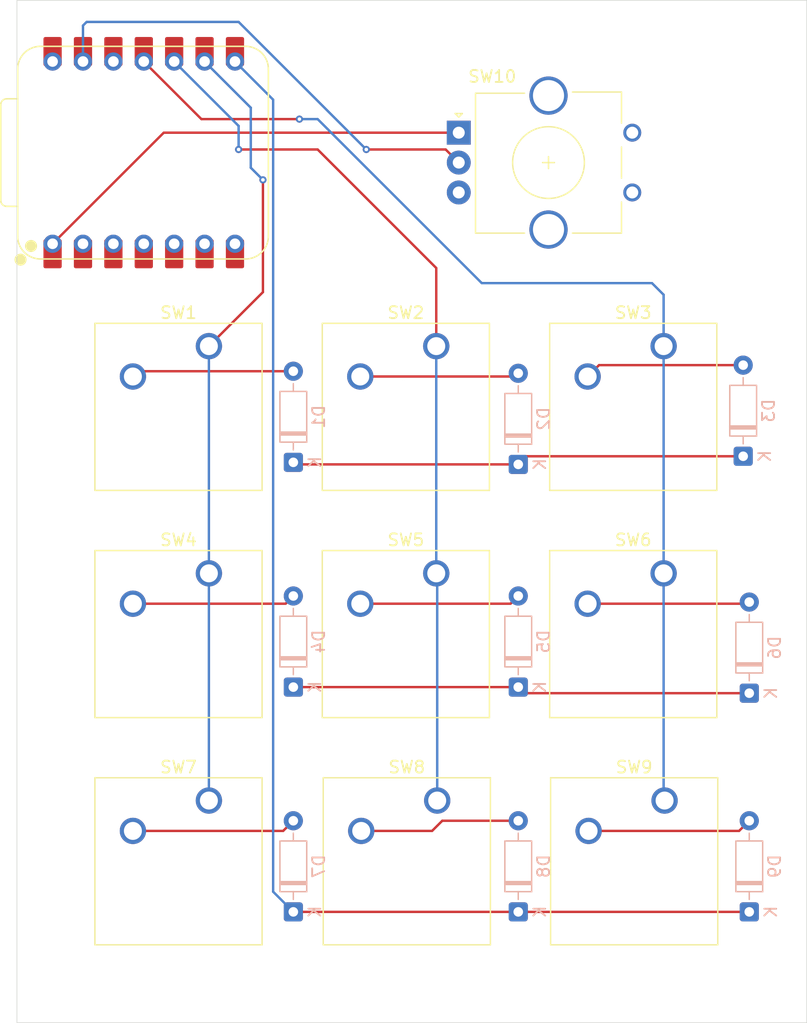
<source format=kicad_pcb>
(kicad_pcb (version 20241229) (generator "pcbnew") (generator_version "9.0")
  (layers (0 "F.Cu" signal) (2 "B.Cu" signal) (13 "F.Paste" user) (15 "B.Paste" user) (5 "F.SilkS" user "F.Silkscreen") (7 "B.SilkS" user "B.Silkscreen") (1 "F.Mask" user) (3 "B.Mask" user) (25 "Edge.Cuts" user))
  (net 0 "")
  (net 1 "Net-(D1-A)")
  (net 2 "ROW0")
  (net 3 "Net-(D2-A)")
  (net 4 "Net-(D3-A)")
  (net 5 "Net-(D4-A)")
  (net 6 "ROW1")
  (net 7 "Net-(D5-A)")
  (net 8 "Net-(D6-A)")
  (net 9 "ROW2")
  (net 10 "Net-(D7-A)")
  (net 11 "Net-(D8-A)")
  (net 12 "Net-(D9-A)")
  (net 13 "COLUMN0")
  (net 14 "COLUMN1")
  (net 15 "COLUMN2")
  (net 16 "Encdore B")
  (net 17 "Encoder A")
  (net 18 "GND")
  (net 19 "VCC")
  (net 20 "Encoder 5W")
  (net 22 "Encoder B")
  (net 27 "ROW 0")
  (net 29 "ROW 1")
  (footprint "Rotary_Encoder:RotaryEncoder_Alps_EC11E_Vertical_H20mm_CircularMountingHoles" (layer "F.Cu") (at 146.92 60.57)
    (property "Reference" "SW10" (at 2.8 -4.7 0) (layer "F.SilkS"))
    (property "Value" "RotaryEncoder_Switch")
    (fp_line (start -0.3 -1.6) (end 0.3 -1.6) (stroke (width 0.12)) (layer "F.SilkS"))
    (fp_line (start 0 -1.3) (end -0.3 -1.6) (stroke (width 0.12)) (layer "F.SilkS"))
    (fp_line (start 0.3 -1.6) (end 0 -1.3) (stroke (width 0.12)) (layer "F.SilkS"))
    (fp_line (start 1.4 -3.3) (end 1.4 8.4) (stroke (width 0.12)) (layer "F.SilkS"))
    (fp_line (start 5.5 -3.3) (end 1.4 -3.3) (stroke (width 0.12)) (layer "F.SilkS"))
    (fp_line (start 5.5 8.4) (end 1.4 8.4) (stroke (width 0.12)) (layer "F.SilkS"))
    (fp_line (start 7 2.5) (end 8 2.5) (stroke (width 0.12)) (layer "F.SilkS"))
    (fp_line (start 7.5 2) (end 7.5 3) (stroke (width 0.12)) (layer "F.SilkS"))
    (fp_line (start 9.5 -3.4) (end 13.6 -3.4) (stroke (width 0.12)) (layer "F.SilkS"))
    (fp_line (start 13.6 -3.4) (end 13.6 -0.8) (stroke (width 0.12)) (layer "F.SilkS"))
    (fp_line (start 13.6 1.2) (end 13.6 3.8) (stroke (width 0.12)) (layer "F.SilkS"))
    (fp_line (start 13.6 5.8) (end 13.6 8.4) (stroke (width 0.12)) (layer "F.SilkS"))
    (fp_line (start 13.6 8.4) (end 9.5 8.4) (stroke (width 0.12)) (layer "F.SilkS"))
    (fp_circle (center 7.5 2.5) (end 10.5 2.5) (stroke (width 0.12)) (fill no) (layer "F.SilkS"))
    (pad "" thru_hole circle (at 14.5 0) (size 1.5 1.5) (drill 1) (layers "*.Cu" "*.Mask"))
    (pad "" thru_hole circle (at 14.5 5) (size 1.5 1.5) (drill 1) (layers "*.Cu" "*.Mask"))
    (pad "A" thru_hole rect (at 0 0) (size 2 2) (drill 1) (layers "*.Cu" "*.Mask") (net 17 "Encoder A"))
    (pad "B" thru_hole circle (at 0 5) (size 2 2) (drill 1) (layers "*.Cu" "*.Mask") (net 16 "Encdore B"))
    (pad "C" thru_hole circle (at 0 2.5) (size 2 2) (drill 1) (layers "*.Cu" "*.Mask") (net 18 "GND"))
    (pad "MP" thru_hole circle (at 7.5 -3.1) (size 3.2 3.2) (drill 2.6) (layers "*.Cu" "*.Mask"))
    (pad "MP" thru_hole circle (at 7.5 8.1) (size 3.2 3.2) (drill 2.6) (layers "*.Cu" "*.Mask"))
  )
  (footprint "Button_Switch_Keyboard:SW_Cherry_MX_1.00u_PCB" (layer "F.Cu") (at 126.04 116.42)
    (property "Reference" "SW7" (at -2.54 -2.794 0) (layer "F.SilkS"))
    (property "Value" "SW_Push_45deg")
    (fp_line (start -9.525 -1.905) (end 4.445 -1.905) (stroke (width 0.12)) (layer "F.SilkS"))
    (fp_line (start -9.525 12.065) (end -9.525 -1.905) (stroke (width 0.12)) (layer "F.SilkS"))
    (fp_line (start 4.445 -1.905) (end 4.445 12.065) (stroke (width 0.12)) (layer "F.SilkS"))
    (fp_line (start 4.445 12.065) (end -9.525 12.065) (stroke (width 0.12)) (layer "F.SilkS"))
    (pad "" np_thru_hole circle (at -7.62 5.08) (size 1.7 1.7) (drill 1.7) (layers "*.Cu" "*.Mask"))
    (pad "" np_thru_hole circle (at -2.54 5.08) (size 4 4) (drill 4) (layers "*.Cu" "*.Mask"))
    (pad "" np_thru_hole circle (at 2.54 5.08) (size 1.7 1.7) (drill 1.7) (layers "*.Cu" "*.Mask"))
    (pad "1" thru_hole circle (at 0 0) (size 2.2 2.2) (drill 1.5) (layers "*.Cu" "*.Mask") (net 13 "COLUMN0"))
    (pad "2" thru_hole circle (at -6.35 2.54) (size 2.2 2.2) (drill 1.5) (layers "*.Cu" "*.Mask") (net 10 "Net-(D7-A)"))
  )
  (footprint "Button_Switch_Keyboard:SW_Cherry_MX_1.00u_PCB" (layer "F.Cu") (at 145.04 97.42)
    (property "Reference" "SW5" (at -2.54 -2.794 0) (layer "F.SilkS"))
    (property "Value" "SW_Push_45deg")
    (fp_line (start -9.525 -1.905) (end 4.445 -1.905) (stroke (width 0.12)) (layer "F.SilkS"))
    (fp_line (start -9.525 12.065) (end -9.525 -1.905) (stroke (width 0.12)) (layer "F.SilkS"))
    (fp_line (start 4.445 -1.905) (end 4.445 12.065) (stroke (width 0.12)) (layer "F.SilkS"))
    (fp_line (start 4.445 12.065) (end -9.525 12.065) (stroke (width 0.12)) (layer "F.SilkS"))
    (pad "" np_thru_hole circle (at -7.62 5.08) (size 1.7 1.7) (drill 1.7) (layers "*.Cu" "*.Mask"))
    (pad "" np_thru_hole circle (at -2.54 5.08) (size 4 4) (drill 4) (layers "*.Cu" "*.Mask"))
    (pad "" np_thru_hole circle (at 2.54 5.08) (size 1.7 1.7) (drill 1.7) (layers "*.Cu" "*.Mask"))
    (pad "1" thru_hole circle (at 0 0) (size 2.2 2.2) (drill 1.5) (layers "*.Cu" "*.Mask") (net 14 "COLUMN1"))
    (pad "2" thru_hole circle (at -6.35 2.54) (size 2.2 2.2) (drill 1.5) (layers "*.Cu" "*.Mask") (net 7 "Net-(D5-A)"))
  )
  (footprint "Button_Switch_Keyboard:SW_Cherry_MX_1.00u_PCB" (layer "F.Cu") (at 164.04 78.42)
    (property "Reference" "SW3" (at -2.54 -2.794 0) (layer "F.SilkS"))
    (property "Value" "SW_Push_45deg")
    (fp_line (start -9.525 -1.905) (end 4.445 -1.905) (stroke (width 0.12)) (layer "F.SilkS"))
    (fp_line (start -9.525 12.065) (end -9.525 -1.905) (stroke (width 0.12)) (layer "F.SilkS"))
    (fp_line (start 4.445 -1.905) (end 4.445 12.065) (stroke (width 0.12)) (layer "F.SilkS"))
    (fp_line (start 4.445 12.065) (end -9.525 12.065) (stroke (width 0.12)) (layer "F.SilkS"))
    (pad "" np_thru_hole circle (at -7.62 5.08) (size 1.7 1.7) (drill 1.7) (layers "*.Cu" "*.Mask"))
    (pad "" np_thru_hole circle (at -2.54 5.08) (size 4 4) (drill 4) (layers "*.Cu" "*.Mask"))
    (pad "" np_thru_hole circle (at 2.54 5.08) (size 1.7 1.7) (drill 1.7) (layers "*.Cu" "*.Mask"))
    (pad "1" thru_hole circle (at 0 0) (size 2.2 2.2) (drill 1.5) (layers "*.Cu" "*.Mask") (net 15 "COLUMN2"))
    (pad "2" thru_hole circle (at -6.35 2.54) (size 2.2 2.2) (drill 1.5) (layers "*.Cu" "*.Mask") (net 4 "Net-(D3-A)"))
  )
  (footprint "Button_Switch_Keyboard:SW_Cherry_MX_1.00u_PCB" (layer "F.Cu") (at 164.12 116.42)
    (property "Reference" "SW9" (at -2.54 -2.794 0) (layer "F.SilkS"))
    (property "Value" "SW_Push_45deg")
    (fp_line (start -9.525 -1.905) (end 4.445 -1.905) (stroke (width 0.12)) (layer "F.SilkS"))
    (fp_line (start -9.525 12.065) (end -9.525 -1.905) (stroke (width 0.12)) (layer "F.SilkS"))
    (fp_line (start 4.445 -1.905) (end 4.445 12.065) (stroke (width 0.12)) (layer "F.SilkS"))
    (fp_line (start 4.445 12.065) (end -9.525 12.065) (stroke (width 0.12)) (layer "F.SilkS"))
    (pad "" np_thru_hole circle (at -7.62 5.08) (size 1.7 1.7) (drill 1.7) (layers "*.Cu" "*.Mask"))
    (pad "" np_thru_hole circle (at -2.54 5.08) (size 4 4) (drill 4) (layers "*.Cu" "*.Mask"))
    (pad "" np_thru_hole circle (at 2.54 5.08) (size 1.7 1.7) (drill 1.7) (layers "*.Cu" "*.Mask"))
    (pad "1" thru_hole circle (at 0 0) (size 2.2 2.2) (drill 1.5) (layers "*.Cu" "*.Mask") (net 15 "COLUMN2"))
    (pad "2" thru_hole circle (at -6.35 2.54) (size 2.2 2.2) (drill 1.5) (layers "*.Cu" "*.Mask") (net 12 "Net-(D9-A)"))
  )
  (footprint "Button_Switch_Keyboard:SW_Cherry_MX_1.00u_PCB" (layer "F.Cu") (at 126.04 97.42)
    (property "Reference" "SW4" (at -2.54 -2.794 0) (layer "F.SilkS"))
    (property "Value" "SW_Push_45deg")
    (fp_line (start -9.525 -1.905) (end 4.445 -1.905) (stroke (width 0.12)) (layer "F.SilkS"))
    (fp_line (start -9.525 12.065) (end -9.525 -1.905) (stroke (width 0.12)) (layer "F.SilkS"))
    (fp_line (start 4.445 -1.905) (end 4.445 12.065) (stroke (width 0.12)) (layer "F.SilkS"))
    (fp_line (start 4.445 12.065) (end -9.525 12.065) (stroke (width 0.12)) (layer "F.SilkS"))
    (pad "" np_thru_hole circle (at -7.62 5.08) (size 1.7 1.7) (drill 1.7) (layers "*.Cu" "*.Mask"))
    (pad "" np_thru_hole circle (at -2.54 5.08) (size 4 4) (drill 4) (layers "*.Cu" "*.Mask"))
    (pad "" np_thru_hole circle (at 2.54 5.08) (size 1.7 1.7) (drill 1.7) (layers "*.Cu" "*.Mask"))
    (pad "1" thru_hole circle (at 0 0) (size 2.2 2.2) (drill 1.5) (layers "*.Cu" "*.Mask") (net 13 "COLUMN0"))
    (pad "2" thru_hole circle (at -6.35 2.54) (size 2.2 2.2) (drill 1.5) (layers "*.Cu" "*.Mask") (net 5 "Net-(D4-A)"))
  )
  (footprint "Button_Switch_Keyboard:SW_Cherry_MX_1.00u_PCB" (layer "F.Cu") (at 145.12 116.42)
    (property "Reference" "SW8" (at -2.54 -2.794 0) (layer "F.SilkS"))
    (property "Value" "SW_Push_45deg")
    (fp_line (start -9.525 -1.905) (end 4.445 -1.905) (stroke (width 0.12)) (layer "F.SilkS"))
    (fp_line (start -9.525 12.065) (end -9.525 -1.905) (stroke (width 0.12)) (layer "F.SilkS"))
    (fp_line (start 4.445 -1.905) (end 4.445 12.065) (stroke (width 0.12)) (layer "F.SilkS"))
    (fp_line (start 4.445 12.065) (end -9.525 12.065) (stroke (width 0.12)) (layer "F.SilkS"))
    (pad "" np_thru_hole circle (at -7.62 5.08) (size 1.7 1.7) (drill 1.7) (layers "*.Cu" "*.Mask"))
    (pad "" np_thru_hole circle (at -2.54 5.08) (size 4 4) (drill 4) (layers "*.Cu" "*.Mask"))
    (pad "" np_thru_hole circle (at 2.54 5.08) (size 1.7 1.7) (drill 1.7) (layers "*.Cu" "*.Mask"))
    (pad "1" thru_hole circle (at 0 0) (size 2.2 2.2) (drill 1.5) (layers "*.Cu" "*.Mask") (net 14 "COLUMN1"))
    (pad "2" thru_hole circle (at -6.35 2.54) (size 2.2 2.2) (drill 1.5) (layers "*.Cu" "*.Mask") (net 11 "Net-(D8-A)"))
  )
  (footprint "Button_Switch_Keyboard:SW_Cherry_MX_1.00u_PCB" (layer "F.Cu") (at 126.04 78.42)
    (property "Reference" "SW1" (at -2.54 -2.794 0) (layer "F.SilkS"))
    (property "Value" "SW_Push_45deg")
    (fp_line (start -9.525 -1.905) (end 4.445 -1.905) (stroke (width 0.12)) (layer "F.SilkS"))
    (fp_line (start -9.525 12.065) (end -9.525 -1.905) (stroke (width 0.12)) (layer "F.SilkS"))
    (fp_line (start 4.445 -1.905) (end 4.445 12.065) (stroke (width 0.12)) (layer "F.SilkS"))
    (fp_line (start 4.445 12.065) (end -9.525 12.065) (stroke (width 0.12)) (layer "F.SilkS"))
    (pad "" np_thru_hole circle (at -7.62 5.08) (size 1.7 1.7) (drill 1.7) (layers "*.Cu" "*.Mask"))
    (pad "" np_thru_hole circle (at -2.54 5.08) (size 4 4) (drill 4) (layers "*.Cu" "*.Mask"))
    (pad "" np_thru_hole circle (at 2.54 5.08) (size 1.7 1.7) (drill 1.7) (layers "*.Cu" "*.Mask"))
    (pad "1" thru_hole circle (at 0 0) (size 2.2 2.2) (drill 1.5) (layers "*.Cu" "*.Mask") (net 13 "COLUMN0"))
    (pad "2" thru_hole circle (at -6.35 2.54) (size 2.2 2.2) (drill 1.5) (layers "*.Cu" "*.Mask") (net 1 "Net-(D1-A)"))
  )
  (footprint "Button_Switch_Keyboard:SW_Cherry_MX_1.00u_PCB" (layer "F.Cu") (at 164.04 97.42)
    (property "Reference" "SW6" (at -2.54 -2.794 0) (layer "F.SilkS"))
    (property "Value" "SW_Push_45deg")
    (fp_line (start -9.525 -1.905) (end 4.445 -1.905) (stroke (width 0.12)) (layer "F.SilkS"))
    (fp_line (start -9.525 12.065) (end -9.525 -1.905) (stroke (width 0.12)) (layer "F.SilkS"))
    (fp_line (start 4.445 -1.905) (end 4.445 12.065) (stroke (width 0.12)) (layer "F.SilkS"))
    (fp_line (start 4.445 12.065) (end -9.525 12.065) (stroke (width 0.12)) (layer "F.SilkS"))
    (pad "" np_thru_hole circle (at -7.62 5.08) (size 1.7 1.7) (drill 1.7) (layers "*.Cu" "*.Mask"))
    (pad "" np_thru_hole circle (at -2.54 5.08) (size 4 4) (drill 4) (layers "*.Cu" "*.Mask"))
    (pad "" np_thru_hole circle (at 2.54 5.08) (size 1.7 1.7) (drill 1.7) (layers "*.Cu" "*.Mask"))
    (pad "1" thru_hole circle (at 0 0) (size 2.2 2.2) (drill 1.5) (layers "*.Cu" "*.Mask") (net 15 "COLUMN2"))
    (pad "2" thru_hole circle (at -6.35 2.54) (size 2.2 2.2) (drill 1.5) (layers "*.Cu" "*.Mask") (net 8 "Net-(D6-A)"))
  )
  (footprint "Button_Switch_Keyboard:SW_Cherry_MX_1.00u_PCB" (layer "F.Cu") (at 145.04 78.42)
    (property "Reference" "SW2" (at -2.54 -2.794 0) (layer "F.SilkS"))
    (property "Value" "SW_Push_45deg")
    (fp_line (start -9.525 -1.905) (end 4.445 -1.905) (stroke (width 0.12)) (layer "F.SilkS"))
    (fp_line (start -9.525 12.065) (end -9.525 -1.905) (stroke (width 0.12)) (layer "F.SilkS"))
    (fp_line (start 4.445 -1.905) (end 4.445 12.065) (stroke (width 0.12)) (layer "F.SilkS"))
    (fp_line (start 4.445 12.065) (end -9.525 12.065) (stroke (width 0.12)) (layer "F.SilkS"))
    (pad "" np_thru_hole circle (at -7.62 5.08) (size 1.7 1.7) (drill 1.7) (layers "*.Cu" "*.Mask"))
    (pad "" np_thru_hole circle (at -2.54 5.08) (size 4 4) (drill 4) (layers "*.Cu" "*.Mask"))
    (pad "" np_thru_hole circle (at 2.54 5.08) (size 1.7 1.7) (drill 1.7) (layers "*.Cu" "*.Mask"))
    (pad "1" thru_hole circle (at 0 0) (size 2.2 2.2) (drill 1.5) (layers "*.Cu" "*.Mask") (net 14 "COLUMN1"))
    (pad "2" thru_hole circle (at -6.35 2.54) (size 2.2 2.2) (drill 1.5) (layers "*.Cu" "*.Mask") (net 3 "Net-(D2-A)"))
  )
  (footprint "Griffin:XIAO-RP2040-DIP" (layer "F.Cu") (at 120.5985 62.24 90)
    (property "Reference" "U1" (hide yes))
    (property "Value" "XIAO-RP2040-DIP")
    (fp_line (start -3.991272 -11.951) (end 4.004 -11.951) (stroke (width 0.127)) (layer "F.SilkS"))
    (fp_line (start 4.504 -11.451) (end 4.504 -10.541) (stroke (width 0.127)) (layer "F.SilkS"))
    (fp_line (start 6.985 -10.541) (end -6.985 -10.541) (stroke (width 0.1)) (layer "F.SilkS"))
    (fp_line (start 6.985 -10.541) (end -6.985 -10.541) (stroke (width 0.127)) (layer "F.SilkS"))
    (fp_line (start -4.495 -10.541) (end -4.491272 -11.451272) (stroke (width 0.127)) (layer "F.SilkS"))
    (fp_line (start 8.89 8.509) (end 8.89 -8.636) (stroke (width 0.127)) (layer "F.SilkS"))
    (fp_line (start -8.89 8.509) (end -8.89 -8.636) (stroke (width 0.127)) (layer "F.SilkS"))
    (fp_line (start -6.985 10.414) (end 6.985 10.414) (stroke (width 0.127)) (layer "F.SilkS"))
    (fp_arc (start 4.004 -11.951) (mid 4.357553 -11.804553) (end 4.504 -11.451) (stroke (width 0.127)) (layer "F.SilkS"))
    (fp_arc (start -4.491272 -11.451272) (mid -4.344728 -11.80464) (end -3.991272 -11.951) (stroke (width 0.127)) (layer "F.SilkS"))
    (fp_arc (start 6.985 -10.541) (mid 8.332038 -9.983038) (end 8.89 -8.636) (stroke (width 0.127)) (layer "F.SilkS"))
    (fp_arc (start -8.89 -8.636) (mid -8.332038 -9.983038) (end -6.985 -10.541) (stroke (width 0.127)) (layer "F.SilkS"))
    (fp_arc (start 8.89 8.509) (mid 8.332038 9.856038) (end 6.985 10.414) (stroke (width 0.127)) (layer "F.SilkS"))
    (fp_arc (start -6.985 10.414) (mid -8.332038 9.856038) (end -8.89 8.509) (stroke (width 0.127)) (layer "F.SilkS"))
    (fp_circle (center -8.95 -10.3) (end -8.95 -10.554) (stroke (width 0.5)) (fill yes) (layer "F.SilkS"))
    (fp_circle (center -7.807 -9.42) (end -7.807 -9.674) (stroke (width 0.5)) (fill yes) (layer "F.SilkS"))
    (pad "1" smd roundrect (at -8.455 -7.62 270) (size 2.432 1.524) (layers "F.Cu" "F.Mask") (roundrect_rratio 0.1) (net 17 "Encoder A"))
    (pad "1" thru_hole circle (at -7.62 -7.62 270) (size 1.524 1.524) (drill 0.889) (layers "*.Cu" "*.Mask") (net 17 "Encoder A"))
    (pad "2" smd roundrect (at -8.455 -5.08 270) (size 2.432 1.524) (layers "F.Cu" "F.Mask") (roundrect_rratio 0.1) (net 22 "Encoder B"))
    (pad "2" thru_hole circle (at -7.62 -5.08 270) (size 1.524 1.524) (drill 0.889) (layers "*.Cu" "*.Mask") (net 22 "Encoder B"))
    (pad "3" smd roundrect (at -8.455 -2.54 270) (size 2.432 1.524) (layers "F.Cu" "F.Mask") (roundrect_rratio 0.1) (net 20 "Encoder 5W"))
    (pad "3" thru_hole circle (at -7.62 -2.54 270) (size 1.524 1.524) (drill 0.889) (layers "*.Cu" "*.Mask") (net 20 "Encoder 5W"))
    (pad "4" smd roundrect (at -8.455 0 270) (size 2.432 1.524) (layers "F.Cu" "F.Mask") (roundrect_rratio 0.1) (net 27 "ROW 0"))
    (pad "4" thru_hole circle (at -7.62 0 270) (size 1.524 1.524) (drill 0.889) (layers "*.Cu" "*.Mask") (net 27 "ROW 0"))
    (pad "5" smd roundrect (at -8.455 2.54 270) (size 2.432 1.524) (layers "F.Cu" "F.Mask") (roundrect_rratio 0.1))
    (pad "5" thru_hole circle (at -7.62 2.54 270) (size 1.524 1.524) (drill 0.889) (layers "*.Cu" "*.Mask"))
    (pad "6" smd roundrect (at -8.455 5.08 270) (size 2.432 1.524) (layers "F.Cu" "F.Mask") (roundrect_rratio 0.1))
    (pad "6" thru_hole circle (at -7.62 5.08 270) (size 1.524 1.524) (drill 0.889) (layers "*.Cu" "*.Mask"))
    (pad "7" smd roundrect (at -8.455 7.62 270) (size 2.432 1.524) (layers "F.Cu" "F.Mask") (roundrect_rratio 0.1) (net 29 "ROW 1"))
    (pad "7" thru_hole circle (at -7.62 7.62 270) (size 1.524 1.524) (drill 0.889) (layers "*.Cu" "*.Mask") (net 29 "ROW 1"))
    (pad "8" thru_hole circle (at 7.62 7.62 90) (size 1.524 1.524) (drill 0.889) (layers "*.Cu" "*.Mask") (net 9 "ROW2"))
    (pad "8" smd roundrect (at 8.455 7.62 90) (size 2.432 1.524) (layers "F.Cu" "F.Mask") (roundrect_rratio 0.1) (net 9 "ROW2"))
    (pad "9" thru_hole circle (at 7.62 5.08 90) (size 1.524 1.524) (drill 0.889) (layers "*.Cu" "*.Mask") (net 13 "COLUMN0"))
    (pad "9" smd roundrect (at 8.455 5.08 90) (size 2.432 1.524) (layers "F.Cu" "F.Mask") (roundrect_rratio 0.1) (net 13 "COLUMN0"))
    (pad "10" thru_hole circle (at 7.62 2.54 90) (size 1.524 1.524) (drill 0.889) (layers "*.Cu" "*.Mask") (net 14 "COLUMN1"))
    (pad "10" smd roundrect (at 8.455 2.54 90) (size 2.432 1.524) (layers "F.Cu" "F.Mask") (roundrect_rratio 0.1) (net 14 "COLUMN1"))
    (pad "11" thru_hole circle (at 7.62 0 90) (size 1.524 1.524) (drill 0.889) (layers "*.Cu" "*.Mask") (net 15 "COLUMN2"))
    (pad "11" smd roundrect (at 8.455 0 90) (size 2.432 1.524) (layers "F.Cu" "F.Mask") (roundrect_rratio 0.1) (net 15 "COLUMN2"))
    (pad "12" thru_hole circle (at 7.62 -2.54 90) (size 1.524 1.524) (drill 0.889) (layers "*.Cu" "*.Mask") (net 19 "VCC"))
    (pad "12" smd roundrect (at 8.455 -2.54 90) (size 2.432 1.524) (layers "F.Cu" "F.Mask") (roundrect_rratio 0.1) (net 19 "VCC"))
    (pad "13" thru_hole circle (at 7.62 -5.08 90) (size 1.524 1.524) (drill 0.889) (layers "*.Cu" "*.Mask") (net 18 "GND"))
    (pad "13" smd roundrect (at 8.455 -5.08 90) (size 2.432 1.524) (layers "F.Cu" "F.Mask") (roundrect_rratio 0.1) (net 18 "GND"))
    (pad "14" thru_hole circle (at 7.62 -7.62 90) (size 1.524 1.524) (drill 0.889) (layers "*.Cu" "*.Mask"))
    (pad "14" smd roundrect (at 8.455 -7.62 90) (size 2.432 1.524) (layers "F.Cu" "F.Mask") (roundrect_rratio 0.1))
  )
  (footprint "Diode_THT:D_DO-35_SOD27_P7.62mm_Horizontal" (layer "B.Cu") (at 170.688 87.63 90)
    (property "Reference" "D3" (at 3.81 2.12 90) (layer "B.SilkS") (effects (justify mirror)))
    (property "Value" "1N4148")
    (fp_line (start 6.58 0) (end 5.93 0) (stroke (width 0.12)) (layer "B.SilkS"))
    (fp_line (start 1.04 0) (end 1.69 0) (stroke (width 0.12)) (layer "B.SilkS"))
    (fp_line (start 2.53 1.12) (end 2.53 -1.12) (stroke (width 0.12)) (layer "B.SilkS"))
    (fp_line (start 2.41 1.12) (end 2.41 -1.12) (stroke (width 0.12)) (layer "B.SilkS"))
    (fp_line (start 2.29 1.12) (end 2.29 -1.12) (stroke (width 0.12)) (layer "B.SilkS"))
    (fp_rect (start 1.69 1.12) (end 5.93 -1.12) (stroke (width 0.12)) (fill no) (layer "B.SilkS"))
    (fp_text user "K" (at 0 1.8 90) (layer "B.SilkS") (effects (justify mirror)))
    (pad "1" thru_hole roundrect (at 0 0 90) (size 1.6 1.6) (drill 0.8) (layers "*.Cu" "*.Mask") (roundrect_rratio 0.15625) (net 2 "ROW0"))
    (pad "2" thru_hole circle (at 7.62 0 90) (size 1.6 1.6) (drill 0.8) (layers "*.Cu" "*.Mask") (net 4 "Net-(D3-A)"))
  )
  (footprint "Diode_THT:D_DO-35_SOD27_P7.62mm_Horizontal" (layer "B.Cu") (at 171.196 107.442 90)
    (property "Reference" "D6" (at 3.81 2.12 90) (layer "B.SilkS") (effects (justify mirror)))
    (property "Value" "1N4148")
    (fp_line (start 6.58 0) (end 5.93 0) (stroke (width 0.12)) (layer "B.SilkS"))
    (fp_line (start 1.04 0) (end 1.69 0) (stroke (width 0.12)) (layer "B.SilkS"))
    (fp_line (start 2.53 1.12) (end 2.53 -1.12) (stroke (width 0.12)) (layer "B.SilkS"))
    (fp_line (start 2.41 1.12) (end 2.41 -1.12) (stroke (width 0.12)) (layer "B.SilkS"))
    (fp_line (start 2.29 1.12) (end 2.29 -1.12) (stroke (width 0.12)) (layer "B.SilkS"))
    (fp_rect (start 1.69 1.12) (end 5.93 -1.12) (stroke (width 0.12)) (fill no) (layer "B.SilkS"))
    (fp_text user "K" (at 0 1.8 90) (layer "B.SilkS") (effects (justify mirror)))
    (pad "1" thru_hole roundrect (at 0 0 90) (size 1.6 1.6) (drill 0.8) (layers "*.Cu" "*.Mask") (roundrect_rratio 0.15625) (net 6 "ROW1"))
    (pad "2" thru_hole circle (at 7.62 0 90) (size 1.6 1.6) (drill 0.8) (layers "*.Cu" "*.Mask") (net 8 "Net-(D6-A)"))
  )
  (footprint "Diode_THT:D_DO-35_SOD27_P7.62mm_Horizontal" (layer "B.Cu") (at 171.196 125.73 90)
    (property "Reference" "D9" (at 3.81 2.12 90) (layer "B.SilkS") (effects (justify mirror)))
    (property "Value" "1N4148")
    (fp_line (start 6.58 0) (end 5.93 0) (stroke (width 0.12)) (layer "B.SilkS"))
    (fp_line (start 1.04 0) (end 1.69 0) (stroke (width 0.12)) (layer "B.SilkS"))
    (fp_line (start 2.53 1.12) (end 2.53 -1.12) (stroke (width 0.12)) (layer "B.SilkS"))
    (fp_line (start 2.41 1.12) (end 2.41 -1.12) (stroke (width 0.12)) (layer "B.SilkS"))
    (fp_line (start 2.29 1.12) (end 2.29 -1.12) (stroke (width 0.12)) (layer "B.SilkS"))
    (fp_rect (start 1.69 1.12) (end 5.93 -1.12) (stroke (width 0.12)) (fill no) (layer "B.SilkS"))
    (fp_text user "K" (at 0 1.8 90) (layer "B.SilkS") (effects (justify mirror)))
    (pad "1" thru_hole roundrect (at 0 0 90) (size 1.6 1.6) (drill 0.8) (layers "*.Cu" "*.Mask") (roundrect_rratio 0.15625) (net 9 "ROW2"))
    (pad "2" thru_hole circle (at 7.62 0 90) (size 1.6 1.6) (drill 0.8) (layers "*.Cu" "*.Mask") (net 12 "Net-(D9-A)"))
  )
  (footprint "Diode_THT:D_DO-35_SOD27_P7.62mm_Horizontal" (layer "B.Cu") (at 133.096 106.934 90)
    (property "Reference" "D4" (at 3.81 2.12 90) (layer "B.SilkS") (effects (justify mirror)))
    (property "Value" "1N4148")
    (fp_line (start 6.58 0) (end 5.93 0) (stroke (width 0.12)) (layer "B.SilkS"))
    (fp_line (start 1.04 0) (end 1.69 0) (stroke (width 0.12)) (layer "B.SilkS"))
    (fp_line (start 2.53 1.12) (end 2.53 -1.12) (stroke (width 0.12)) (layer "B.SilkS"))
    (fp_line (start 2.41 1.12) (end 2.41 -1.12) (stroke (width 0.12)) (layer "B.SilkS"))
    (fp_line (start 2.29 1.12) (end 2.29 -1.12) (stroke (width 0.12)) (layer "B.SilkS"))
    (fp_rect (start 1.69 1.12) (end 5.93 -1.12) (stroke (width 0.12)) (fill no) (layer "B.SilkS"))
    (fp_text user "K" (at 0 1.8 90) (layer "B.SilkS") (effects (justify mirror)))
    (pad "1" thru_hole roundrect (at 0 0 90) (size 1.6 1.6) (drill 0.8) (layers "*.Cu" "*.Mask") (roundrect_rratio 0.15625) (net 6 "ROW1"))
    (pad "2" thru_hole circle (at 7.62 0 90) (size 1.6 1.6) (drill 0.8) (layers "*.Cu" "*.Mask") (net 5 "Net-(D4-A)"))
  )
  (footprint "Diode_THT:D_DO-35_SOD27_P7.62mm_Horizontal" (layer "B.Cu") (at 133.096 125.73 90)
    (property "Reference" "D7" (at 3.81 2.12 90) (layer "B.SilkS") (effects (justify mirror)))
    (property "Value" "1N4148")
    (fp_line (start 6.58 0) (end 5.93 0) (stroke (width 0.12)) (layer "B.SilkS"))
    (fp_line (start 1.04 0) (end 1.69 0) (stroke (width 0.12)) (layer "B.SilkS"))
    (fp_line (start 2.53 1.12) (end 2.53 -1.12) (stroke (width 0.12)) (layer "B.SilkS"))
    (fp_line (start 2.41 1.12) (end 2.41 -1.12) (stroke (width 0.12)) (layer "B.SilkS"))
    (fp_line (start 2.29 1.12) (end 2.29 -1.12) (stroke (width 0.12)) (layer "B.SilkS"))
    (fp_rect (start 1.69 1.12) (end 5.93 -1.12) (stroke (width 0.12)) (fill no) (layer "B.SilkS"))
    (fp_text user "K" (at 0 1.8 90) (layer "B.SilkS") (effects (justify mirror)))
    (pad "1" thru_hole roundrect (at 0 0 90) (size 1.6 1.6) (drill 0.8) (layers "*.Cu" "*.Mask") (roundrect_rratio 0.15625) (net 9 "ROW2"))
    (pad "2" thru_hole circle (at 7.62 0 90) (size 1.6 1.6) (drill 0.8) (layers "*.Cu" "*.Mask") (net 10 "Net-(D7-A)"))
  )
  (footprint "Diode_THT:D_DO-35_SOD27_P7.62mm_Horizontal" (layer "B.Cu") (at 151.892 125.73 90)
    (property "Reference" "D8" (at 3.81 2.12 90) (layer "B.SilkS") (effects (justify mirror)))
    (property "Value" "1N4148")
    (fp_line (start 6.58 0) (end 5.93 0) (stroke (width 0.12)) (layer "B.SilkS"))
    (fp_line (start 1.04 0) (end 1.69 0) (stroke (width 0.12)) (layer "B.SilkS"))
    (fp_line (start 2.53 1.12) (end 2.53 -1.12) (stroke (width 0.12)) (layer "B.SilkS"))
    (fp_line (start 2.41 1.12) (end 2.41 -1.12) (stroke (width 0.12)) (layer "B.SilkS"))
    (fp_line (start 2.29 1.12) (end 2.29 -1.12) (stroke (width 0.12)) (layer "B.SilkS"))
    (fp_rect (start 1.69 1.12) (end 5.93 -1.12) (stroke (width 0.12)) (fill no) (layer "B.SilkS"))
    (fp_text user "K" (at 0 1.8 90) (layer "B.SilkS") (effects (justify mirror)))
    (pad "1" thru_hole roundrect (at 0 0 90) (size 1.6 1.6) (drill 0.8) (layers "*.Cu" "*.Mask") (roundrect_rratio 0.15625) (net 9 "ROW2"))
    (pad "2" thru_hole circle (at 7.62 0 90) (size 1.6 1.6) (drill 0.8) (layers "*.Cu" "*.Mask") (net 11 "Net-(D8-A)"))
  )
  (footprint "Diode_THT:D_DO-35_SOD27_P7.62mm_Horizontal" (layer "B.Cu") (at 133.096 88.138 90)
    (property "Reference" "D1" (at 3.81 2.12 90) (layer "B.SilkS") (effects (justify mirror)))
    (property "Value" "1N4148")
    (fp_line (start 6.58 0) (end 5.93 0) (stroke (width 0.12)) (layer "B.SilkS"))
    (fp_line (start 1.04 0) (end 1.69 0) (stroke (width 0.12)) (layer "B.SilkS"))
    (fp_line (start 2.53 1.12) (end 2.53 -1.12) (stroke (width 0.12)) (layer "B.SilkS"))
    (fp_line (start 2.41 1.12) (end 2.41 -1.12) (stroke (width 0.12)) (layer "B.SilkS"))
    (fp_line (start 2.29 1.12) (end 2.29 -1.12) (stroke (width 0.12)) (layer "B.SilkS"))
    (fp_rect (start 1.69 1.12) (end 5.93 -1.12) (stroke (width 0.12)) (fill no) (layer "B.SilkS"))
    (fp_text user "K" (at 0 1.8 90) (layer "B.SilkS") (effects (justify mirror)))
    (pad "1" thru_hole roundrect (at 0 0 90) (size 1.6 1.6) (drill 0.8) (layers "*.Cu" "*.Mask") (roundrect_rratio 0.15625) (net 2 "ROW0"))
    (pad "2" thru_hole circle (at 7.62 0 90) (size 1.6 1.6) (drill 0.8) (layers "*.Cu" "*.Mask") (net 1 "Net-(D1-A)"))
  )
  (footprint "Diode_THT:D_DO-35_SOD27_P7.62mm_Horizontal" (layer "B.Cu") (at 151.892 106.934 90)
    (property "Reference" "D5" (at 3.81 2.12 90) (layer "B.SilkS") (effects (justify mirror)))
    (property "Value" "1N4148")
    (fp_line (start 6.58 0) (end 5.93 0) (stroke (width 0.12)) (layer "B.SilkS"))
    (fp_line (start 1.04 0) (end 1.69 0) (stroke (width 0.12)) (layer "B.SilkS"))
    (fp_line (start 2.53 1.12) (end 2.53 -1.12) (stroke (width 0.12)) (layer "B.SilkS"))
    (fp_line (start 2.41 1.12) (end 2.41 -1.12) (stroke (width 0.12)) (layer "B.SilkS"))
    (fp_line (start 2.29 1.12) (end 2.29 -1.12) (stroke (width 0.12)) (layer "B.SilkS"))
    (fp_rect (start 1.69 1.12) (end 5.93 -1.12) (stroke (width 0.12)) (fill no) (layer "B.SilkS"))
    (fp_text user "K" (at 0 1.8 90) (layer "B.SilkS") (effects (justify mirror)))
    (pad "1" thru_hole roundrect (at 0 0 90) (size 1.6 1.6) (drill 0.8) (layers "*.Cu" "*.Mask") (roundrect_rratio 0.15625) (net 6 "ROW1"))
    (pad "2" thru_hole circle (at 7.62 0 90) (size 1.6 1.6) (drill 0.8) (layers "*.Cu" "*.Mask") (net 7 "Net-(D5-A)"))
  )
  (footprint "Diode_THT:D_DO-35_SOD27_P7.62mm_Horizontal" (layer "B.Cu") (at 151.892 88.31 90)
    (property "Reference" "D2" (at 3.81 2.12 90) (layer "B.SilkS") (effects (justify mirror)))
    (property "Value" "1N4148")
    (fp_line (start 6.58 0) (end 5.93 0) (stroke (width 0.12)) (layer "B.SilkS"))
    (fp_line (start 1.04 0) (end 1.69 0) (stroke (width 0.12)) (layer "B.SilkS"))
    (fp_line (start 2.53 1.12) (end 2.53 -1.12) (stroke (width 0.12)) (layer "B.SilkS"))
    (fp_line (start 2.41 1.12) (end 2.41 -1.12) (stroke (width 0.12)) (layer "B.SilkS"))
    (fp_line (start 2.29 1.12) (end 2.29 -1.12) (stroke (width 0.12)) (layer "B.SilkS"))
    (fp_rect (start 1.69 1.12) (end 5.93 -1.12) (stroke (width 0.12)) (fill no) (layer "B.SilkS"))
    (fp_text user "K" (at 0 1.8 90) (layer "B.SilkS") (effects (justify mirror)))
    (pad "1" thru_hole roundrect (at 0 0 90) (size 1.6 1.6) (drill 0.8) (layers "*.Cu" "*.Mask") (roundrect_rratio 0.15625) (net 2 "ROW0"))
    (pad "2" thru_hole circle (at 7.62 0 90) (size 1.6 1.6) (drill 0.8) (layers "*.Cu" "*.Mask") (net 3 "Net-(D2-A)"))
  )
  (gr_rect (start 110 49.5) (end 176 135) (stroke (width 0.05)) (fill no) (layer "Edge.Cuts"))
  (segment (start 133.096 80.518) (end 120.132 80.518) (width 0.2) (layer "F.Cu") (net 1))
  (segment (start 120.132 80.518) (end 119.69 80.96) (width 0.2) (layer "F.Cu") (net 1))
  (segment (start 151.892 88.31) (end 133.268 88.31) (width 0.2) (layer "F.Cu") (net 2))
  (segment (start 133.268 88.31) (end 133.096 88.138) (width 0.2) (layer "F.Cu") (net 2))
  (segment (start 152.572 87.63) (end 151.892 88.31) (width 0.2) (layer "F.Cu") (net 2))
  (segment (start 170.688 87.63) (end 152.572 87.63) (width 0.2) (layer "F.Cu") (net 2))
  (segment (start 138.69 80.96) (end 151.622 80.96) (width 0.2) (layer "F.Cu") (net 3))
  (segment (start 151.622 80.96) (end 151.892 80.69) (width 0.2) (layer "F.Cu") (net 3))
  (segment (start 158.64 80.01) (end 157.69 80.96) (width 0.2) (layer "F.Cu") (net 4))
  (segment (start 170.688 80.01) (end 158.64 80.01) (width 0.2) (layer "F.Cu") (net 4))
  (segment (start 132.45 99.96) (end 133.096 99.314) (width 0.2) (layer "F.Cu") (net 5))
  (segment (start 119.69 99.96) (end 132.45 99.96) (width 0.2) (layer "F.Cu") (net 5))
  (segment (start 151.892 106.934) (end 133.096 106.934) (width 0.2) (layer "F.Cu") (net 6))
  (segment (start 171.196 107.442) (end 152.4 107.442) (width 0.2) (layer "F.Cu") (net 6))
  (segment (start 152.4 107.442) (end 151.892 106.934) (width 0.2) (layer "F.Cu") (net 6))
  (segment (start 151.246 99.96) (end 151.892 99.314) (width 0.2) (layer "F.Cu") (net 7))
  (segment (start 138.69 99.96) (end 151.246 99.96) (width 0.2) (layer "F.Cu") (net 7))
  (segment (start 157.69 99.96) (end 171.058 99.96) (width 0.2) (layer "F.Cu") (net 8))
  (segment (start 171.058 99.96) (end 171.196 99.822) (width 0.2) (layer "F.Cu") (net 8))
  (segment (start 133.096 125.73) (end 151.892 125.73) (width 0.2) (layer "F.Cu") (net 9))
  (segment (start 151.892 125.73) (end 171.196 125.73) (width 0.2) (layer "F.Cu") (net 9))
  (segment (start 131.41 57.8115) (end 128.2185 54.62) (width 0.2) (layer "B.Cu") (net 9))
  (segment (start 131.41 124.044) (end 131.41 57.8115) (width 0.2) (layer "B.Cu") (net 9))
  (segment (start 133.096 125.73) (end 131.41 124.044) (width 0.2) (layer "B.Cu") (net 9))
  (segment (start 119.69 118.96) (end 132.246 118.96) (width 0.2) (layer "F.Cu") (net 10))
  (segment (start 132.246 118.96) (end 133.096 118.11) (width 0.2) (layer "F.Cu") (net 10))
  (segment (start 138.77 118.96) (end 144.692 118.96) (width 0.2) (layer "F.Cu") (net 11))
  (segment (start 144.692 118.96) (end 145.542 118.11) (width 0.2) (layer "F.Cu") (net 11))
  (segment (start 145.542 118.11) (end 151.892 118.11) (width 0.2) (layer "F.Cu") (net 11))
  (segment (start 170.346 118.96) (end 171.196 118.11) (width 0.2) (layer "F.Cu") (net 12))
  (segment (start 157.77 118.96) (end 170.346 118.96) (width 0.2) (layer "F.Cu") (net 12))
  (segment (start 126.04 78.42) (end 130.556 73.904) (width 0.2) (layer "F.Cu") (net 13))
  (segment (start 130.556 73.904) (end 130.556 64.516) (width 0.2) (layer "F.Cu") (net 13))
  (via (at 130.556 64.516) (size 0.6) (drill 0.3) (layers "F.Cu" "B.Cu") (net 13))
  (segment (start 126.04 97.42) (end 126.04 116.42) (width 0.2) (layer "B.Cu") (net 13))
  (segment (start 129.54 63.5) (end 129.54 58.4815) (width 0.2) (layer "B.Cu") (net 13))
  (segment (start 130.556 64.516) (end 129.54 63.5) (width 0.2) (layer "B.Cu") (net 13))
  (segment (start 126.04 78.42) (end 126.04 97.42) (width 0.2) (layer "B.Cu") (net 13))
  (segment (start 129.54 58.4815) (end 125.6785 54.62) (width 0.2) (layer "B.Cu") (net 13))
  (segment (start 128.524 61.976) (end 135.128 61.976) (width 0.2) (layer "F.Cu") (net 14))
  (segment (start 145.04 71.888) (end 145.04 78.42) (width 0.2) (layer "F.Cu") (net 14))
  (segment (start 135.128 61.976) (end 145.04 71.888) (width 0.2) (layer "F.Cu") (net 14))
  (via (at 128.524 61.976) (size 0.6) (drill 0.3) (layers "F.Cu" "B.Cu") (net 14))
  (segment (start 123.1385 54.62) (end 128.524 60.0055) (width 0.2) (layer "B.Cu") (net 14))
  (segment (start 145.12 97.5) (end 145.04 97.42) (width 0.2) (layer "B.Cu") (net 14))
  (segment (start 145.12 116.42) (end 145.12 97.5) (width 0.2) (layer "B.Cu") (net 14))
  (segment (start 145.04 97.42) (end 145.04 78.42) (width 0.2) (layer "B.Cu") (net 14))
  (segment (start 128.524 60.0055) (end 128.524 61.976) (width 0.2) (layer "B.Cu") (net 14))
  (segment (start 125.4145 59.436) (end 133.604 59.436) (width 0.2) (layer "F.Cu") (net 15))
  (segment (start 120.5985 54.62) (end 125.4145 59.436) (width 0.2) (layer "F.Cu") (net 15))
  (via (at 133.604 59.436) (size 0.6) (drill 0.3) (layers "F.Cu" "B.Cu") (net 15))
  (segment (start 164.04 78.42) (end 164.04 97.42) (width 0.2) (layer "B.Cu") (net 15))
  (segment (start 163.068 73.152) (end 164.04 74.124) (width 0.2) (layer "B.Cu") (net 15))
  (segment (start 164.04 97.42) (end 164.04 116.34) (width 0.2) (layer "B.Cu") (net 15))
  (segment (start 164.04 116.34) (end 164.12 116.42) (width 0.2) (layer "B.Cu") (net 15))
  (segment (start 148.844 73.152) (end 163.068 73.152) (width 0.2) (layer "B.Cu") (net 15))
  (segment (start 133.604 59.436) (end 135.128 59.436) (width 0.2) (layer "B.Cu") (net 15))
  (segment (start 135.128 59.436) (end 148.844 73.152) (width 0.2) (layer "B.Cu") (net 15))
  (segment (start 164.04 74.124) (end 164.04 78.42) (width 0.2) (layer "B.Cu") (net 15))
  (segment (start 122.2685 60.57) (end 112.9785 69.86) (width 0.2) (layer "F.Cu") (net 17))
  (segment (start 146.92 60.57) (end 122.2685 60.57) (width 0.2) (layer "F.Cu") (net 17))
  (segment (start 145.826 61.976) (end 139.192 61.976) (width 0.2) (layer "F.Cu") (net 18))
  (segment (start 146.92 63.07) (end 145.826 61.976) (width 0.2) (layer "F.Cu") (net 18))
  (via (at 139.192 61.976) (size 0.6) (drill 0.3) (layers "F.Cu" "B.Cu") (net 18))
  (segment (start 115.5185 51.6135) (end 115.5185 54.62) (width 0.2) (layer "B.Cu") (net 18))
  (segment (start 139.192 61.976) (end 128.524 51.308) (width 0.2) (layer "B.Cu") (net 18))
  (segment (start 115.824 51.308) (end 115.5185 51.6135) (width 0.2) (layer "B.Cu") (net 18))
  (segment (start 128.524 51.308) (end 115.824 51.308) (width 0.2) (layer "B.Cu") (net 18))
)
</source>
